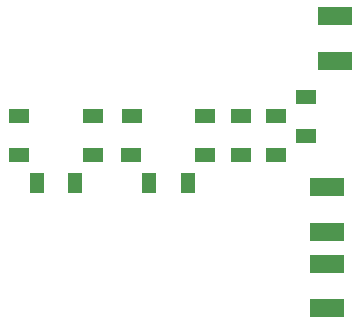
<source format=gbr>
%FSLAX34Y34*%
%MOMM*%
%LNSMDMASK_BOTTOM*%
G71*
G01*
%ADD10R,1.800X1.300*%
%ADD11R,1.300X1.800*%
%ADD12R,3.000X1.500*%
%LPD*%
X91200Y-138800D02*
G54D10*
D03*
X91300Y-106300D02*
G54D10*
D03*
X153700Y-138800D02*
G54D10*
D03*
X153800Y-106300D02*
G54D10*
D03*
X186200Y-138800D02*
G54D10*
D03*
X186300Y-106300D02*
G54D10*
D03*
X248700Y-138800D02*
G54D10*
D03*
X248800Y-106300D02*
G54D10*
D03*
X138750Y-162600D02*
G54D11*
D03*
X106250Y-162500D02*
G54D11*
D03*
X233750Y-162600D02*
G54D11*
D03*
X201250Y-162500D02*
G54D11*
D03*
X278700Y-138800D02*
G54D10*
D03*
X278800Y-106300D02*
G54D10*
D03*
X308700Y-138800D02*
G54D10*
D03*
X308800Y-106300D02*
G54D10*
D03*
X351500Y-231000D02*
G54D12*
D03*
X351500Y-269000D02*
G54D12*
D03*
X351500Y-166000D02*
G54D12*
D03*
X351500Y-204000D02*
G54D12*
D03*
X333700Y-122800D02*
G54D10*
D03*
X333800Y-90300D02*
G54D10*
D03*
X358644Y-21538D02*
G54D12*
D03*
X358644Y-59538D02*
G54D12*
D03*
M02*

</source>
